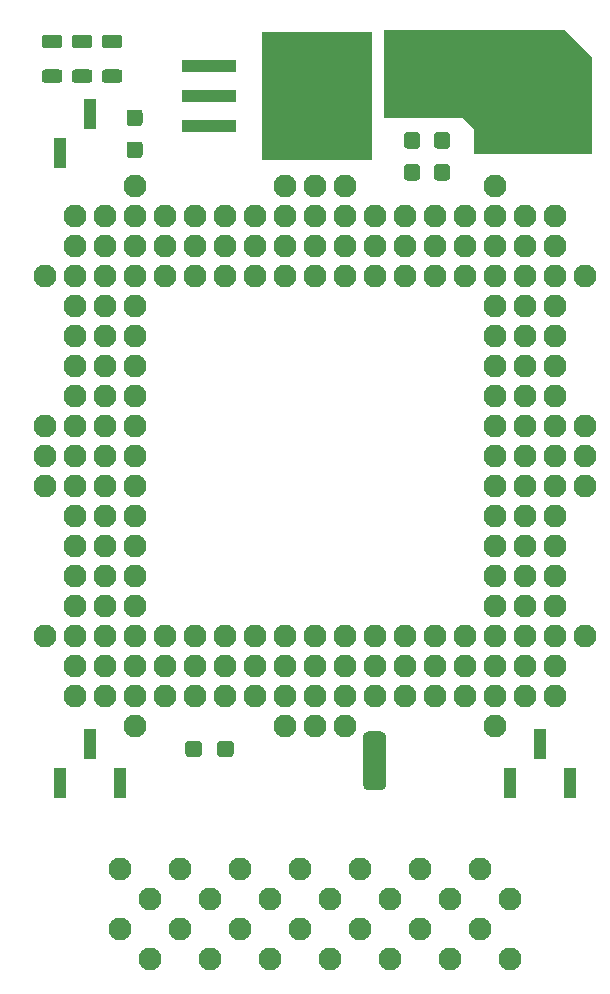
<source format=gts>
%TF.GenerationSoftware,KiCad,Pcbnew,(5.1.9)-1*%
%TF.CreationDate,2021-07-31T20:38:11+08:00*%
%TF.ProjectId,Interposer486_3v,496e7465-7270-46f7-9365-723438365f33,rev?*%
%TF.SameCoordinates,Original*%
%TF.FileFunction,Soldermask,Top*%
%TF.FilePolarity,Negative*%
%FSLAX46Y46*%
G04 Gerber Fmt 4.6, Leading zero omitted, Abs format (unit mm)*
G04 Created by KiCad (PCBNEW (5.1.9)-1) date 2021-07-31 20:38:11*
%MOMM*%
%LPD*%
G01*
G04 APERTURE LIST*
%ADD10C,0.100000*%
%ADD11R,1.000000X2.510000*%
%ADD12C,1.940000*%
%ADD13R,9.400000X10.800000*%
%ADD14R,4.600000X1.100000*%
G04 APERTURE END LIST*
D10*
G36*
X180848000Y-47498000D02*
G01*
X180848000Y-55626000D01*
X170942000Y-55626000D01*
X170942000Y-53594000D01*
X169926000Y-52578000D01*
X163322000Y-52578000D01*
X163322000Y-45212000D01*
X178562000Y-45212000D01*
X180848000Y-47498000D01*
G37*
X180848000Y-47498000D02*
X180848000Y-55626000D01*
X170942000Y-55626000D01*
X170942000Y-53594000D01*
X169926000Y-52578000D01*
X163322000Y-52578000D01*
X163322000Y-45212000D01*
X178562000Y-45212000D01*
X180848000Y-47498000D01*
%TO.C,CN1*%
G36*
G01*
X161560000Y-109061000D02*
X161560000Y-105061000D01*
G75*
G02*
X162060000Y-104561000I500000J0D01*
G01*
X163060000Y-104561000D01*
G75*
G02*
X163560000Y-105061000I0J-500000D01*
G01*
X163560000Y-109061000D01*
G75*
G02*
X163060000Y-109561000I-500000J0D01*
G01*
X162060000Y-109561000D01*
G75*
G02*
X161560000Y-109061000I0J500000D01*
G01*
G37*
%TD*%
D11*
%TO.C,J1*%
X176530000Y-105660000D03*
X179070000Y-108970000D03*
X173990000Y-108970000D03*
%TD*%
D12*
%TO.C,HDT28*%
X173990000Y-123825000D03*
%TD*%
%TO.C,HDT27*%
X168910000Y-123825000D03*
%TD*%
%TO.C,HDT26*%
X163830000Y-123825000D03*
%TD*%
%TO.C,HDT25*%
X158750000Y-123825000D03*
%TD*%
%TO.C,HDT24*%
X153670000Y-123825000D03*
%TD*%
%TO.C,HDT23*%
X148590000Y-123825000D03*
%TD*%
%TO.C,HDT22*%
X143510000Y-123825000D03*
%TD*%
%TO.C,HDT21*%
X171450000Y-121285000D03*
%TD*%
%TO.C,HDT20*%
X166370000Y-121285000D03*
%TD*%
%TO.C,HDT19*%
X161290000Y-121285000D03*
%TD*%
%TO.C,HDT18*%
X156210000Y-121285000D03*
%TD*%
%TO.C,HDT17*%
X151130000Y-121285000D03*
%TD*%
%TO.C,HDT16*%
X146050000Y-121285000D03*
%TD*%
%TO.C,HDT15*%
X140970000Y-121285000D03*
%TD*%
%TO.C,HDT14*%
X173990000Y-118745000D03*
%TD*%
%TO.C,HDT13*%
X168910000Y-118745000D03*
%TD*%
%TO.C,HDT12*%
X163830000Y-118745000D03*
%TD*%
%TO.C,HDT11*%
X158750000Y-118745000D03*
%TD*%
%TO.C,HDT10*%
X153670000Y-118745000D03*
%TD*%
%TO.C,HDT9*%
X148590000Y-118745000D03*
%TD*%
%TO.C,HDT8*%
X143510000Y-118745000D03*
%TD*%
%TO.C,HDT7*%
X171450000Y-116205000D03*
%TD*%
%TO.C,HDT6*%
X166370000Y-116205000D03*
%TD*%
%TO.C,HDT5*%
X161290000Y-116205000D03*
%TD*%
%TO.C,HDT4*%
X156210000Y-116205000D03*
%TD*%
%TO.C,HDT3*%
X151130000Y-116205000D03*
%TD*%
%TO.C,HDT2*%
X146050000Y-116205000D03*
%TD*%
%TO.C,HDT1*%
X140970000Y-116205000D03*
%TD*%
%TO.C,R2*%
G36*
G01*
X137169999Y-48525000D02*
X138420001Y-48525000D01*
G75*
G02*
X138670000Y-48774999I0J-249999D01*
G01*
X138670000Y-49400001D01*
G75*
G02*
X138420001Y-49650000I-249999J0D01*
G01*
X137169999Y-49650000D01*
G75*
G02*
X136920000Y-49400001I0J249999D01*
G01*
X136920000Y-48774999D01*
G75*
G02*
X137169999Y-48525000I249999J0D01*
G01*
G37*
G36*
G01*
X137169999Y-45600000D02*
X138420001Y-45600000D01*
G75*
G02*
X138670000Y-45849999I0J-249999D01*
G01*
X138670000Y-46475001D01*
G75*
G02*
X138420001Y-46725000I-249999J0D01*
G01*
X137169999Y-46725000D01*
G75*
G02*
X136920000Y-46475001I0J249999D01*
G01*
X136920000Y-45849999D01*
G75*
G02*
X137169999Y-45600000I249999J0D01*
G01*
G37*
%TD*%
D11*
%TO.C,J2*%
X138430000Y-105660000D03*
X140970000Y-108970000D03*
X135890000Y-108970000D03*
%TD*%
D13*
%TO.C,U1*%
X157680000Y-50800000D03*
D14*
X148530000Y-53340000D03*
X148530000Y-50800000D03*
X148530000Y-48260000D03*
%TD*%
%TO.C,R3*%
G36*
G01*
X134629999Y-48525000D02*
X135880001Y-48525000D01*
G75*
G02*
X136130000Y-48774999I0J-249999D01*
G01*
X136130000Y-49400001D01*
G75*
G02*
X135880001Y-49650000I-249999J0D01*
G01*
X134629999Y-49650000D01*
G75*
G02*
X134380000Y-49400001I0J249999D01*
G01*
X134380000Y-48774999D01*
G75*
G02*
X134629999Y-48525000I249999J0D01*
G01*
G37*
G36*
G01*
X134629999Y-45600000D02*
X135880001Y-45600000D01*
G75*
G02*
X136130000Y-45849999I0J-249999D01*
G01*
X136130000Y-46475001D01*
G75*
G02*
X135880001Y-46725000I-249999J0D01*
G01*
X134629999Y-46725000D01*
G75*
G02*
X134380000Y-46475001I0J249999D01*
G01*
X134380000Y-45849999D01*
G75*
G02*
X134629999Y-45600000I249999J0D01*
G01*
G37*
%TD*%
%TO.C,R1*%
G36*
G01*
X140960001Y-46725000D02*
X139709999Y-46725000D01*
G75*
G02*
X139460000Y-46475001I0J249999D01*
G01*
X139460000Y-45849999D01*
G75*
G02*
X139709999Y-45600000I249999J0D01*
G01*
X140960001Y-45600000D01*
G75*
G02*
X141210000Y-45849999I0J-249999D01*
G01*
X141210000Y-46475001D01*
G75*
G02*
X140960001Y-46725000I-249999J0D01*
G01*
G37*
G36*
G01*
X140960001Y-49650000D02*
X139709999Y-49650000D01*
G75*
G02*
X139460000Y-49400001I0J249999D01*
G01*
X139460000Y-48774999D01*
G75*
G02*
X139709999Y-48525000I249999J0D01*
G01*
X140960001Y-48525000D01*
G75*
G02*
X141210000Y-48774999I0J-249999D01*
G01*
X141210000Y-49400001D01*
G75*
G02*
X140960001Y-49650000I-249999J0D01*
G01*
G37*
%TD*%
D11*
%TO.C,J3*%
X135890000Y-55630000D03*
X138430000Y-52320000D03*
%TD*%
%TO.C,C20*%
G36*
G01*
X141814999Y-54625000D02*
X142665001Y-54625000D01*
G75*
G02*
X142915000Y-54874999I0J-249999D01*
G01*
X142915000Y-55775001D01*
G75*
G02*
X142665001Y-56025000I-249999J0D01*
G01*
X141814999Y-56025000D01*
G75*
G02*
X141565000Y-55775001I0J249999D01*
G01*
X141565000Y-54874999D01*
G75*
G02*
X141814999Y-54625000I249999J0D01*
G01*
G37*
G36*
G01*
X141814999Y-51925000D02*
X142665001Y-51925000D01*
G75*
G02*
X142915000Y-52174999I0J-249999D01*
G01*
X142915000Y-53075001D01*
G75*
G02*
X142665001Y-53325000I-249999J0D01*
G01*
X141814999Y-53325000D01*
G75*
G02*
X141565000Y-53075001I0J249999D01*
G01*
X141565000Y-52174999D01*
G75*
G02*
X141814999Y-51925000I249999J0D01*
G01*
G37*
%TD*%
%TO.C,C19*%
G36*
G01*
X147940000Y-105619999D02*
X147940000Y-106470001D01*
G75*
G02*
X147690001Y-106720000I-249999J0D01*
G01*
X146789999Y-106720000D01*
G75*
G02*
X146540000Y-106470001I0J249999D01*
G01*
X146540000Y-105619999D01*
G75*
G02*
X146789999Y-105370000I249999J0D01*
G01*
X147690001Y-105370000D01*
G75*
G02*
X147940000Y-105619999I0J-249999D01*
G01*
G37*
G36*
G01*
X150640000Y-105619999D02*
X150640000Y-106470001D01*
G75*
G02*
X150390001Y-106720000I-249999J0D01*
G01*
X149489999Y-106720000D01*
G75*
G02*
X149240000Y-106470001I0J249999D01*
G01*
X149240000Y-105619999D01*
G75*
G02*
X149489999Y-105370000I249999J0D01*
G01*
X150390001Y-105370000D01*
G75*
G02*
X150640000Y-105619999I0J-249999D01*
G01*
G37*
%TD*%
%TO.C,C18*%
G36*
G01*
X165309999Y-56530000D02*
X166160001Y-56530000D01*
G75*
G02*
X166410000Y-56779999I0J-249999D01*
G01*
X166410000Y-57680001D01*
G75*
G02*
X166160001Y-57930000I-249999J0D01*
G01*
X165309999Y-57930000D01*
G75*
G02*
X165060000Y-57680001I0J249999D01*
G01*
X165060000Y-56779999D01*
G75*
G02*
X165309999Y-56530000I249999J0D01*
G01*
G37*
G36*
G01*
X165309999Y-53830000D02*
X166160001Y-53830000D01*
G75*
G02*
X166410000Y-54079999I0J-249999D01*
G01*
X166410000Y-54980001D01*
G75*
G02*
X166160001Y-55230000I-249999J0D01*
G01*
X165309999Y-55230000D01*
G75*
G02*
X165060000Y-54980001I0J249999D01*
G01*
X165060000Y-54079999D01*
G75*
G02*
X165309999Y-53830000I249999J0D01*
G01*
G37*
%TD*%
%TO.C,C17*%
G36*
G01*
X167849999Y-56530000D02*
X168700001Y-56530000D01*
G75*
G02*
X168950000Y-56779999I0J-249999D01*
G01*
X168950000Y-57680001D01*
G75*
G02*
X168700001Y-57930000I-249999J0D01*
G01*
X167849999Y-57930000D01*
G75*
G02*
X167600000Y-57680001I0J249999D01*
G01*
X167600000Y-56779999D01*
G75*
G02*
X167849999Y-56530000I249999J0D01*
G01*
G37*
G36*
G01*
X167849999Y-53830000D02*
X168700001Y-53830000D01*
G75*
G02*
X168950000Y-54079999I0J-249999D01*
G01*
X168950000Y-54980001D01*
G75*
G02*
X168700001Y-55230000I-249999J0D01*
G01*
X167849999Y-55230000D01*
G75*
G02*
X167600000Y-54980001I0J249999D01*
G01*
X167600000Y-54079999D01*
G75*
G02*
X167849999Y-53830000I249999J0D01*
G01*
G37*
%TD*%
D12*
%TO.C,HSS15*%
X134620000Y-96520000D03*
%TD*%
%TO.C,HSS10*%
X134620000Y-83820000D03*
%TD*%
%TO.C,HSS9*%
X134620000Y-81280000D03*
%TD*%
%TO.C,HSS8*%
X134620000Y-78740000D03*
%TD*%
%TO.C,HSS3*%
X134620000Y-66040000D03*
%TD*%
%TO.C,HQ18*%
X142240000Y-104140000D03*
%TD*%
%TO.C,HQ0*%
X142240000Y-58420000D03*
%TD*%
%TO.C,HK18*%
X154940000Y-104140000D03*
%TD*%
%TO.C,HK0*%
X154940000Y-58420000D03*
%TD*%
%TO.C,HJ18*%
X157480000Y-104140000D03*
%TD*%
%TO.C,HJ0*%
X157480000Y-58420000D03*
%TD*%
%TO.C,HH18*%
X160020000Y-104140000D03*
%TD*%
%TO.C,HH0*%
X160020000Y-58420000D03*
%TD*%
%TO.C,HC18*%
X172720000Y-104140000D03*
%TD*%
%TO.C,HC0*%
X172720000Y-58420000D03*
%TD*%
%TO.C,HAA15*%
X180340000Y-96520000D03*
%TD*%
%TO.C,HAA10*%
X180340000Y-83820000D03*
%TD*%
%TO.C,HAA9*%
X180340000Y-81280000D03*
%TD*%
%TO.C,HAA8*%
X180340000Y-78740000D03*
%TD*%
%TO.C,HAA3*%
X180340000Y-66040000D03*
%TD*%
%TO.C,HR17*%
X139700000Y-101600000D03*
%TD*%
%TO.C,HR14*%
X139700000Y-93980000D03*
%TD*%
%TO.C,HR11*%
X139700000Y-86360000D03*
%TD*%
%TO.C,HR10*%
X139700000Y-83820000D03*
%TD*%
%TO.C,HR9*%
X139700000Y-81280000D03*
%TD*%
%TO.C,HR8*%
X139700000Y-78740000D03*
%TD*%
%TO.C,HR6*%
X139700000Y-73660000D03*
%TD*%
%TO.C,HR3*%
X139700000Y-66040000D03*
%TD*%
%TO.C,HP16*%
X144780000Y-99060000D03*
%TD*%
%TO.C,HM16*%
X149860000Y-99060000D03*
%TD*%
%TO.C,HM2*%
X149860000Y-63500000D03*
%TD*%
%TO.C,HL16*%
X152400000Y-99060000D03*
%TD*%
%TO.C,HK16*%
X154940000Y-99060000D03*
%TD*%
%TO.C,HK2*%
X154940000Y-63500000D03*
%TD*%
%TO.C,HH16*%
X160020000Y-99060000D03*
%TD*%
%TO.C,HG16*%
X162560000Y-99060000D03*
%TD*%
%TO.C,HG2*%
X162560000Y-63500000D03*
%TD*%
%TO.C,HE16*%
X167640000Y-99060000D03*
%TD*%
%TO.C,HE2*%
X167640000Y-63500000D03*
%TD*%
%TO.C,HC5*%
X172720000Y-71120000D03*
%TD*%
%TO.C,HC4*%
X172720000Y-68580000D03*
%TD*%
%TO.C,HB13*%
X175260000Y-91440000D03*
%TD*%
%TO.C,HB11*%
X175260000Y-86360000D03*
%TD*%
%TO.C,HB9*%
X175260000Y-81280000D03*
%TD*%
%TO.C,HB7*%
X175260000Y-76200000D03*
%TD*%
%TO.C,HS17*%
X137160000Y-101600000D03*
%TD*%
%TO.C,HS16*%
X137160000Y-99060000D03*
%TD*%
%TO.C,HS15*%
X137160000Y-96520000D03*
%TD*%
%TO.C,HS14*%
X137160000Y-93980000D03*
%TD*%
%TO.C,HS13*%
X137160000Y-91440000D03*
%TD*%
%TO.C,HS12*%
X137160000Y-88900000D03*
%TD*%
%TO.C,HS11*%
X137160000Y-86360000D03*
%TD*%
%TO.C,HS10*%
X137160000Y-83820000D03*
%TD*%
%TO.C,HS9*%
X137160000Y-81280000D03*
%TD*%
%TO.C,HS8*%
X137160000Y-78740000D03*
%TD*%
%TO.C,HS7*%
X137160000Y-76200000D03*
%TD*%
%TO.C,HS6*%
X137160000Y-73660000D03*
%TD*%
%TO.C,HS5*%
X137160000Y-71120000D03*
%TD*%
%TO.C,HS4*%
X137160000Y-68580000D03*
%TD*%
%TO.C,HS3*%
X137160000Y-66040000D03*
%TD*%
%TO.C,HS2*%
X137160000Y-63500000D03*
%TD*%
%TO.C,HS1*%
X137160000Y-60960000D03*
%TD*%
%TO.C,HR16*%
X139700000Y-99060000D03*
%TD*%
%TO.C,HR15*%
X139700000Y-96520000D03*
%TD*%
%TO.C,HR13*%
X139700000Y-91440000D03*
%TD*%
%TO.C,HR12*%
X139700000Y-88900000D03*
%TD*%
%TO.C,HR7*%
X139700000Y-76200000D03*
%TD*%
%TO.C,HR5*%
X139700000Y-71120000D03*
%TD*%
%TO.C,HR4*%
X139700000Y-68580000D03*
%TD*%
%TO.C,HR2*%
X139700000Y-63500000D03*
%TD*%
%TO.C,HR1*%
X139700000Y-60960000D03*
%TD*%
%TO.C,HQ17*%
X142240000Y-101600000D03*
%TD*%
%TO.C,HQ16*%
X142240000Y-99060000D03*
%TD*%
%TO.C,HQ15*%
X142240000Y-96520000D03*
%TD*%
%TO.C,HQ14*%
X142240000Y-93980000D03*
%TD*%
%TO.C,HQ13*%
X142240000Y-91440000D03*
%TD*%
%TO.C,HQ12*%
X142240000Y-88900000D03*
%TD*%
%TO.C,HQ11*%
X142240000Y-86360000D03*
%TD*%
%TO.C,HQ10*%
X142240000Y-83820000D03*
%TD*%
%TO.C,HQ9*%
X142240000Y-81280000D03*
%TD*%
%TO.C,HQ8*%
X142240000Y-78740000D03*
%TD*%
%TO.C,HQ7*%
X142240000Y-76200000D03*
%TD*%
%TO.C,HQ6*%
X142240000Y-73660000D03*
%TD*%
%TO.C,HQ5*%
X142240000Y-71120000D03*
%TD*%
%TO.C,HQ4*%
X142240000Y-68580000D03*
%TD*%
%TO.C,HQ3*%
X142240000Y-66040000D03*
%TD*%
%TO.C,HQ2*%
X142240000Y-63500000D03*
%TD*%
%TO.C,HQ1*%
X142240000Y-60960000D03*
%TD*%
%TO.C,HP17*%
X144780000Y-101600000D03*
%TD*%
%TO.C,HP15*%
X144780000Y-96520000D03*
%TD*%
%TO.C,HP3*%
X144780000Y-66040000D03*
%TD*%
%TO.C,HP2*%
X144780000Y-63500000D03*
%TD*%
%TO.C,HP1*%
X144780000Y-60960000D03*
%TD*%
%TO.C,HN17*%
X147320000Y-101600000D03*
%TD*%
%TO.C,HN16*%
X147320000Y-99060000D03*
%TD*%
%TO.C,HN15*%
X147320000Y-96520000D03*
%TD*%
%TO.C,HN3*%
X147320000Y-66040000D03*
%TD*%
%TO.C,HN2*%
X147320000Y-63500000D03*
%TD*%
%TO.C,HN1*%
X147320000Y-60960000D03*
%TD*%
%TO.C,HM17*%
X149860000Y-101600000D03*
%TD*%
%TO.C,HM15*%
X149860000Y-96520000D03*
%TD*%
%TO.C,HM3*%
X149860000Y-66040000D03*
%TD*%
%TO.C,HM1*%
X149860000Y-60960000D03*
%TD*%
%TO.C,HL17*%
X152400000Y-101600000D03*
%TD*%
%TO.C,HL15*%
X152400000Y-96520000D03*
%TD*%
%TO.C,HL3*%
X152400000Y-66040000D03*
%TD*%
%TO.C,HL2*%
X152400000Y-63500000D03*
%TD*%
%TO.C,HL1*%
X152400000Y-60960000D03*
%TD*%
%TO.C,HK17*%
X154940000Y-101600000D03*
%TD*%
%TO.C,HK15*%
X154940000Y-96520000D03*
%TD*%
%TO.C,HK3*%
X154940000Y-66040000D03*
%TD*%
%TO.C,HK1*%
X154940000Y-60960000D03*
%TD*%
%TO.C,HJ17*%
X157480000Y-101600000D03*
%TD*%
%TO.C,HJ16*%
X157480000Y-99060000D03*
%TD*%
%TO.C,HJ15*%
X157480000Y-96520000D03*
%TD*%
%TO.C,HJ3*%
X157480000Y-66040000D03*
%TD*%
%TO.C,HJ2*%
X157480000Y-63500000D03*
%TD*%
%TO.C,HJ1*%
X157480000Y-60960000D03*
%TD*%
%TO.C,HH17*%
X160020000Y-101600000D03*
%TD*%
%TO.C,HH15*%
X160020000Y-96520000D03*
%TD*%
%TO.C,HH3*%
X160020000Y-66040000D03*
%TD*%
%TO.C,HH2*%
X160020000Y-63500000D03*
%TD*%
%TO.C,HH1*%
X160020000Y-60960000D03*
%TD*%
%TO.C,HG17*%
X162560000Y-101600000D03*
%TD*%
%TO.C,HG15*%
X162560000Y-96520000D03*
%TD*%
%TO.C,HG3*%
X162560000Y-66040000D03*
%TD*%
%TO.C,HG1*%
X162560000Y-60960000D03*
%TD*%
%TO.C,HF17*%
X165100000Y-101600000D03*
%TD*%
%TO.C,HF16*%
X165100000Y-99060000D03*
%TD*%
%TO.C,HF15*%
X165100000Y-96520000D03*
%TD*%
%TO.C,HF3*%
X165100000Y-66040000D03*
%TD*%
%TO.C,HF2*%
X165100000Y-63500000D03*
%TD*%
%TO.C,HF1*%
X165100000Y-60960000D03*
%TD*%
%TO.C,HE17*%
X167640000Y-101600000D03*
%TD*%
%TO.C,HE15*%
X167640000Y-96520000D03*
%TD*%
%TO.C,HE3*%
X167640000Y-66040000D03*
%TD*%
%TO.C,HE1*%
X167640000Y-60960000D03*
%TD*%
%TO.C,HD17*%
X170180000Y-101600000D03*
%TD*%
%TO.C,HD16*%
X170180000Y-99060000D03*
%TD*%
%TO.C,HD15*%
X170180000Y-96520000D03*
%TD*%
%TO.C,HD3*%
X170180000Y-66040000D03*
%TD*%
%TO.C,HD2*%
X170180000Y-63500000D03*
%TD*%
%TO.C,HD1*%
X170180000Y-60960000D03*
%TD*%
%TO.C,HC17*%
X172720000Y-101600000D03*
%TD*%
%TO.C,HC16*%
X172720000Y-99060000D03*
%TD*%
%TO.C,HC15*%
X172720000Y-96520000D03*
%TD*%
%TO.C,HC14*%
X172720000Y-93980000D03*
%TD*%
%TO.C,HC13*%
X172720000Y-91440000D03*
%TD*%
%TO.C,HC12*%
X172720000Y-88900000D03*
%TD*%
%TO.C,HC11*%
X172720000Y-86360000D03*
%TD*%
%TO.C,HC10*%
X172720000Y-83820000D03*
%TD*%
%TO.C,HC9*%
X172720000Y-81280000D03*
%TD*%
%TO.C,HC8*%
X172720000Y-78740000D03*
%TD*%
%TO.C,HC7*%
X172720000Y-76200000D03*
%TD*%
%TO.C,HC6*%
X172720000Y-73660000D03*
%TD*%
%TO.C,HC3*%
X172720000Y-66040000D03*
%TD*%
%TO.C,HC2*%
X172720000Y-63500000D03*
%TD*%
%TO.C,HC1*%
X172720000Y-60960000D03*
%TD*%
%TO.C,HB17*%
X175260000Y-101600000D03*
%TD*%
%TO.C,HB16*%
X175260000Y-99060000D03*
%TD*%
%TO.C,HB15*%
X175260000Y-96520000D03*
%TD*%
%TO.C,HB14*%
X175260000Y-93980000D03*
%TD*%
%TO.C,HB12*%
X175260000Y-88900000D03*
%TD*%
%TO.C,HB10*%
X175260000Y-83820000D03*
%TD*%
%TO.C,HB8*%
X175260000Y-78740000D03*
%TD*%
%TO.C,HB6*%
X175260000Y-73660000D03*
%TD*%
%TO.C,HB5*%
X175260000Y-71120000D03*
%TD*%
%TO.C,HB4*%
X175260000Y-68580000D03*
%TD*%
%TO.C,HB3*%
X175260000Y-66040000D03*
%TD*%
%TO.C,HB2*%
X175260000Y-63500000D03*
%TD*%
%TO.C,HB1*%
X175260000Y-60960000D03*
%TD*%
%TO.C,HA17*%
X177800000Y-101600000D03*
%TD*%
%TO.C,HA16*%
X177800000Y-99060000D03*
%TD*%
%TO.C,HA15*%
X177800000Y-96520000D03*
%TD*%
%TO.C,HA14*%
X177800000Y-93980000D03*
%TD*%
%TO.C,HA13*%
X177800000Y-91440000D03*
%TD*%
%TO.C,HA12*%
X177800000Y-88900000D03*
%TD*%
%TO.C,HA11*%
X177800000Y-86360000D03*
%TD*%
%TO.C,HA10*%
X177800000Y-83820000D03*
%TD*%
%TO.C,HA9*%
X177800000Y-81280000D03*
%TD*%
%TO.C,HA8*%
X177800000Y-78740000D03*
%TD*%
%TO.C,HA7*%
X177800000Y-76200000D03*
%TD*%
%TO.C,HA6*%
X177800000Y-73660000D03*
%TD*%
%TO.C,HA5*%
X177800000Y-71120000D03*
%TD*%
%TO.C,HA4*%
X177800000Y-68580000D03*
%TD*%
%TO.C,HA3*%
X177800000Y-66040000D03*
%TD*%
%TO.C,HA2*%
X177800000Y-63500000D03*
%TD*%
%TO.C,HA1*%
X177800000Y-60960000D03*
%TD*%
M02*

</source>
